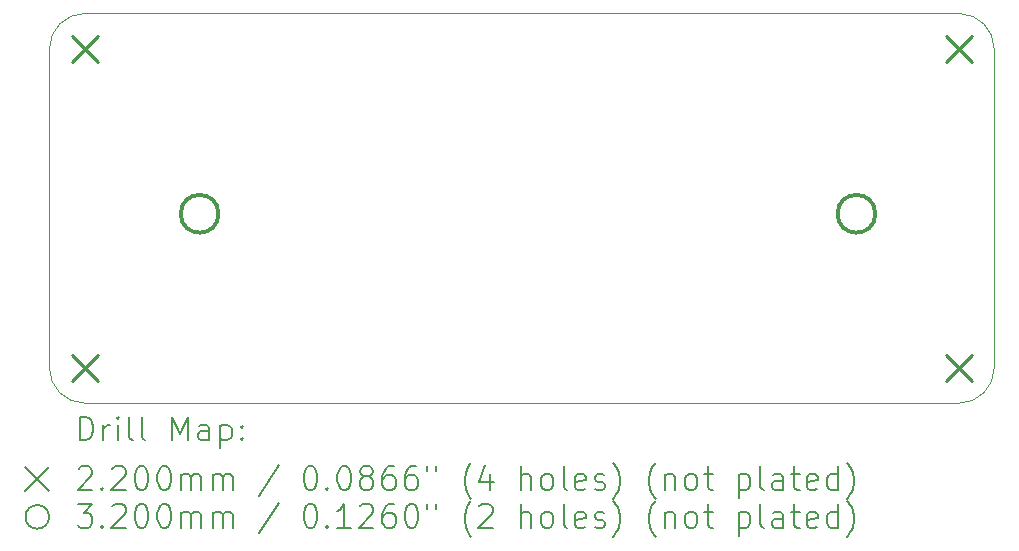
<source format=gbr>
%TF.GenerationSoftware,KiCad,Pcbnew,9.0.6*%
%TF.CreationDate,2026-02-05T22:18:58+05:30*%
%TF.ProjectId,Vitalung_V0.1,56697461-6c75-46e6-975f-56302e312e6b,0.1*%
%TF.SameCoordinates,PX7057c40PY68e7780*%
%TF.FileFunction,Drillmap*%
%TF.FilePolarity,Positive*%
%FSLAX45Y45*%
G04 Gerber Fmt 4.5, Leading zero omitted, Abs format (unit mm)*
G04 Created by KiCad (PCBNEW 9.0.6) date 2026-02-05 22:18:58*
%MOMM*%
%LPD*%
G01*
G04 APERTURE LIST*
%ADD10C,0.050000*%
%ADD11C,0.200000*%
%ADD12C,0.220000*%
%ADD13C,0.320000*%
G04 APERTURE END LIST*
D10*
X0Y300000D02*
X0Y3000000D01*
X7700000Y3300000D02*
G75*
G02*
X8000000Y3000000I0J-300000D01*
G01*
X0Y3000000D02*
G75*
G02*
X300000Y3300000I300000J0D01*
G01*
X8000000Y300000D02*
G75*
G02*
X7700000Y0I-300000J0D01*
G01*
X7700000Y3300000D02*
X300000Y3300000D01*
X8000000Y3000000D02*
X8000000Y300000D01*
X7700000Y0D02*
X300000Y0D01*
X300000Y0D02*
G75*
G02*
X0Y300000I0J300000D01*
G01*
D11*
D12*
X190000Y3110000D02*
X410000Y2890000D01*
X410000Y3110000D02*
X190000Y2890000D01*
X190000Y410000D02*
X410000Y190000D01*
X410000Y410000D02*
X190000Y190000D01*
X7590000Y3110000D02*
X7810000Y2890000D01*
X7810000Y3110000D02*
X7590000Y2890000D01*
X7590000Y410000D02*
X7810000Y190000D01*
X7810000Y410000D02*
X7590000Y190000D01*
D13*
X1432000Y1604000D02*
G75*
G02*
X1112000Y1604000I-160000J0D01*
G01*
X1112000Y1604000D02*
G75*
G02*
X1432000Y1604000I160000J0D01*
G01*
X6993000Y1604000D02*
G75*
G02*
X6673000Y1604000I-160000J0D01*
G01*
X6673000Y1604000D02*
G75*
G02*
X6993000Y1604000I160000J0D01*
G01*
D11*
X258277Y-313984D02*
X258277Y-113984D01*
X258277Y-113984D02*
X305896Y-113984D01*
X305896Y-113984D02*
X334467Y-123508D01*
X334467Y-123508D02*
X353515Y-142555D01*
X353515Y-142555D02*
X363039Y-161603D01*
X363039Y-161603D02*
X372562Y-199698D01*
X372562Y-199698D02*
X372562Y-228269D01*
X372562Y-228269D02*
X363039Y-266365D01*
X363039Y-266365D02*
X353515Y-285412D01*
X353515Y-285412D02*
X334467Y-304460D01*
X334467Y-304460D02*
X305896Y-313984D01*
X305896Y-313984D02*
X258277Y-313984D01*
X458277Y-313984D02*
X458277Y-180650D01*
X458277Y-218746D02*
X467801Y-199698D01*
X467801Y-199698D02*
X477324Y-190174D01*
X477324Y-190174D02*
X496372Y-180650D01*
X496372Y-180650D02*
X515420Y-180650D01*
X582086Y-313984D02*
X582086Y-180650D01*
X582086Y-113984D02*
X572563Y-123508D01*
X572563Y-123508D02*
X582086Y-133031D01*
X582086Y-133031D02*
X591610Y-123508D01*
X591610Y-123508D02*
X582086Y-113984D01*
X582086Y-113984D02*
X582086Y-133031D01*
X705896Y-313984D02*
X686848Y-304460D01*
X686848Y-304460D02*
X677324Y-285412D01*
X677324Y-285412D02*
X677324Y-113984D01*
X810658Y-313984D02*
X791610Y-304460D01*
X791610Y-304460D02*
X782086Y-285412D01*
X782086Y-285412D02*
X782086Y-113984D01*
X1039229Y-313984D02*
X1039229Y-113984D01*
X1039229Y-113984D02*
X1105896Y-256841D01*
X1105896Y-256841D02*
X1172563Y-113984D01*
X1172563Y-113984D02*
X1172563Y-313984D01*
X1353515Y-313984D02*
X1353515Y-209222D01*
X1353515Y-209222D02*
X1343991Y-190174D01*
X1343991Y-190174D02*
X1324944Y-180650D01*
X1324944Y-180650D02*
X1286848Y-180650D01*
X1286848Y-180650D02*
X1267801Y-190174D01*
X1353515Y-304460D02*
X1334467Y-313984D01*
X1334467Y-313984D02*
X1286848Y-313984D01*
X1286848Y-313984D02*
X1267801Y-304460D01*
X1267801Y-304460D02*
X1258277Y-285412D01*
X1258277Y-285412D02*
X1258277Y-266365D01*
X1258277Y-266365D02*
X1267801Y-247317D01*
X1267801Y-247317D02*
X1286848Y-237793D01*
X1286848Y-237793D02*
X1334467Y-237793D01*
X1334467Y-237793D02*
X1353515Y-228269D01*
X1448753Y-180650D02*
X1448753Y-380650D01*
X1448753Y-190174D02*
X1467801Y-180650D01*
X1467801Y-180650D02*
X1505896Y-180650D01*
X1505896Y-180650D02*
X1524943Y-190174D01*
X1524943Y-190174D02*
X1534467Y-199698D01*
X1534467Y-199698D02*
X1543991Y-218746D01*
X1543991Y-218746D02*
X1543991Y-275889D01*
X1543991Y-275889D02*
X1534467Y-294936D01*
X1534467Y-294936D02*
X1524943Y-304460D01*
X1524943Y-304460D02*
X1505896Y-313984D01*
X1505896Y-313984D02*
X1467801Y-313984D01*
X1467801Y-313984D02*
X1448753Y-304460D01*
X1629705Y-294936D02*
X1639229Y-304460D01*
X1639229Y-304460D02*
X1629705Y-313984D01*
X1629705Y-313984D02*
X1620182Y-304460D01*
X1620182Y-304460D02*
X1629705Y-294936D01*
X1629705Y-294936D02*
X1629705Y-313984D01*
X1629705Y-190174D02*
X1639229Y-199698D01*
X1639229Y-199698D02*
X1629705Y-209222D01*
X1629705Y-209222D02*
X1620182Y-199698D01*
X1620182Y-199698D02*
X1629705Y-190174D01*
X1629705Y-190174D02*
X1629705Y-209222D01*
X-202500Y-542500D02*
X-2500Y-742500D01*
X-2500Y-542500D02*
X-202500Y-742500D01*
X248753Y-553031D02*
X258277Y-543508D01*
X258277Y-543508D02*
X277324Y-533984D01*
X277324Y-533984D02*
X324944Y-533984D01*
X324944Y-533984D02*
X343991Y-543508D01*
X343991Y-543508D02*
X353515Y-553031D01*
X353515Y-553031D02*
X363039Y-572079D01*
X363039Y-572079D02*
X363039Y-591127D01*
X363039Y-591127D02*
X353515Y-619698D01*
X353515Y-619698D02*
X239229Y-733984D01*
X239229Y-733984D02*
X363039Y-733984D01*
X448753Y-714936D02*
X458277Y-724460D01*
X458277Y-724460D02*
X448753Y-733984D01*
X448753Y-733984D02*
X439229Y-724460D01*
X439229Y-724460D02*
X448753Y-714936D01*
X448753Y-714936D02*
X448753Y-733984D01*
X534467Y-553031D02*
X543991Y-543508D01*
X543991Y-543508D02*
X563039Y-533984D01*
X563039Y-533984D02*
X610658Y-533984D01*
X610658Y-533984D02*
X629705Y-543508D01*
X629705Y-543508D02*
X639229Y-553031D01*
X639229Y-553031D02*
X648753Y-572079D01*
X648753Y-572079D02*
X648753Y-591127D01*
X648753Y-591127D02*
X639229Y-619698D01*
X639229Y-619698D02*
X524944Y-733984D01*
X524944Y-733984D02*
X648753Y-733984D01*
X772562Y-533984D02*
X791610Y-533984D01*
X791610Y-533984D02*
X810658Y-543508D01*
X810658Y-543508D02*
X820182Y-553031D01*
X820182Y-553031D02*
X829705Y-572079D01*
X829705Y-572079D02*
X839229Y-610174D01*
X839229Y-610174D02*
X839229Y-657793D01*
X839229Y-657793D02*
X829705Y-695889D01*
X829705Y-695889D02*
X820182Y-714936D01*
X820182Y-714936D02*
X810658Y-724460D01*
X810658Y-724460D02*
X791610Y-733984D01*
X791610Y-733984D02*
X772562Y-733984D01*
X772562Y-733984D02*
X753515Y-724460D01*
X753515Y-724460D02*
X743991Y-714936D01*
X743991Y-714936D02*
X734467Y-695889D01*
X734467Y-695889D02*
X724943Y-657793D01*
X724943Y-657793D02*
X724943Y-610174D01*
X724943Y-610174D02*
X734467Y-572079D01*
X734467Y-572079D02*
X743991Y-553031D01*
X743991Y-553031D02*
X753515Y-543508D01*
X753515Y-543508D02*
X772562Y-533984D01*
X963039Y-533984D02*
X982086Y-533984D01*
X982086Y-533984D02*
X1001134Y-543508D01*
X1001134Y-543508D02*
X1010658Y-553031D01*
X1010658Y-553031D02*
X1020182Y-572079D01*
X1020182Y-572079D02*
X1029705Y-610174D01*
X1029705Y-610174D02*
X1029705Y-657793D01*
X1029705Y-657793D02*
X1020182Y-695889D01*
X1020182Y-695889D02*
X1010658Y-714936D01*
X1010658Y-714936D02*
X1001134Y-724460D01*
X1001134Y-724460D02*
X982086Y-733984D01*
X982086Y-733984D02*
X963039Y-733984D01*
X963039Y-733984D02*
X943991Y-724460D01*
X943991Y-724460D02*
X934467Y-714936D01*
X934467Y-714936D02*
X924943Y-695889D01*
X924943Y-695889D02*
X915420Y-657793D01*
X915420Y-657793D02*
X915420Y-610174D01*
X915420Y-610174D02*
X924943Y-572079D01*
X924943Y-572079D02*
X934467Y-553031D01*
X934467Y-553031D02*
X943991Y-543508D01*
X943991Y-543508D02*
X963039Y-533984D01*
X1115420Y-733984D02*
X1115420Y-600650D01*
X1115420Y-619698D02*
X1124944Y-610174D01*
X1124944Y-610174D02*
X1143991Y-600650D01*
X1143991Y-600650D02*
X1172563Y-600650D01*
X1172563Y-600650D02*
X1191610Y-610174D01*
X1191610Y-610174D02*
X1201134Y-629222D01*
X1201134Y-629222D02*
X1201134Y-733984D01*
X1201134Y-629222D02*
X1210658Y-610174D01*
X1210658Y-610174D02*
X1229705Y-600650D01*
X1229705Y-600650D02*
X1258277Y-600650D01*
X1258277Y-600650D02*
X1277325Y-610174D01*
X1277325Y-610174D02*
X1286848Y-629222D01*
X1286848Y-629222D02*
X1286848Y-733984D01*
X1382086Y-733984D02*
X1382086Y-600650D01*
X1382086Y-619698D02*
X1391610Y-610174D01*
X1391610Y-610174D02*
X1410658Y-600650D01*
X1410658Y-600650D02*
X1439229Y-600650D01*
X1439229Y-600650D02*
X1458277Y-610174D01*
X1458277Y-610174D02*
X1467801Y-629222D01*
X1467801Y-629222D02*
X1467801Y-733984D01*
X1467801Y-629222D02*
X1477324Y-610174D01*
X1477324Y-610174D02*
X1496372Y-600650D01*
X1496372Y-600650D02*
X1524943Y-600650D01*
X1524943Y-600650D02*
X1543991Y-610174D01*
X1543991Y-610174D02*
X1553515Y-629222D01*
X1553515Y-629222D02*
X1553515Y-733984D01*
X1943991Y-524460D02*
X1772563Y-781603D01*
X2201134Y-533984D02*
X2220182Y-533984D01*
X2220182Y-533984D02*
X2239229Y-543508D01*
X2239229Y-543508D02*
X2248753Y-553031D01*
X2248753Y-553031D02*
X2258277Y-572079D01*
X2258277Y-572079D02*
X2267801Y-610174D01*
X2267801Y-610174D02*
X2267801Y-657793D01*
X2267801Y-657793D02*
X2258277Y-695889D01*
X2258277Y-695889D02*
X2248753Y-714936D01*
X2248753Y-714936D02*
X2239229Y-724460D01*
X2239229Y-724460D02*
X2220182Y-733984D01*
X2220182Y-733984D02*
X2201134Y-733984D01*
X2201134Y-733984D02*
X2182087Y-724460D01*
X2182087Y-724460D02*
X2172563Y-714936D01*
X2172563Y-714936D02*
X2163039Y-695889D01*
X2163039Y-695889D02*
X2153515Y-657793D01*
X2153515Y-657793D02*
X2153515Y-610174D01*
X2153515Y-610174D02*
X2163039Y-572079D01*
X2163039Y-572079D02*
X2172563Y-553031D01*
X2172563Y-553031D02*
X2182087Y-543508D01*
X2182087Y-543508D02*
X2201134Y-533984D01*
X2353515Y-714936D02*
X2363039Y-724460D01*
X2363039Y-724460D02*
X2353515Y-733984D01*
X2353515Y-733984D02*
X2343991Y-724460D01*
X2343991Y-724460D02*
X2353515Y-714936D01*
X2353515Y-714936D02*
X2353515Y-733984D01*
X2486848Y-533984D02*
X2505896Y-533984D01*
X2505896Y-533984D02*
X2524944Y-543508D01*
X2524944Y-543508D02*
X2534468Y-553031D01*
X2534468Y-553031D02*
X2543991Y-572079D01*
X2543991Y-572079D02*
X2553515Y-610174D01*
X2553515Y-610174D02*
X2553515Y-657793D01*
X2553515Y-657793D02*
X2543991Y-695889D01*
X2543991Y-695889D02*
X2534468Y-714936D01*
X2534468Y-714936D02*
X2524944Y-724460D01*
X2524944Y-724460D02*
X2505896Y-733984D01*
X2505896Y-733984D02*
X2486848Y-733984D01*
X2486848Y-733984D02*
X2467801Y-724460D01*
X2467801Y-724460D02*
X2458277Y-714936D01*
X2458277Y-714936D02*
X2448753Y-695889D01*
X2448753Y-695889D02*
X2439229Y-657793D01*
X2439229Y-657793D02*
X2439229Y-610174D01*
X2439229Y-610174D02*
X2448753Y-572079D01*
X2448753Y-572079D02*
X2458277Y-553031D01*
X2458277Y-553031D02*
X2467801Y-543508D01*
X2467801Y-543508D02*
X2486848Y-533984D01*
X2667801Y-619698D02*
X2648753Y-610174D01*
X2648753Y-610174D02*
X2639229Y-600650D01*
X2639229Y-600650D02*
X2629706Y-581603D01*
X2629706Y-581603D02*
X2629706Y-572079D01*
X2629706Y-572079D02*
X2639229Y-553031D01*
X2639229Y-553031D02*
X2648753Y-543508D01*
X2648753Y-543508D02*
X2667801Y-533984D01*
X2667801Y-533984D02*
X2705896Y-533984D01*
X2705896Y-533984D02*
X2724944Y-543508D01*
X2724944Y-543508D02*
X2734468Y-553031D01*
X2734468Y-553031D02*
X2743991Y-572079D01*
X2743991Y-572079D02*
X2743991Y-581603D01*
X2743991Y-581603D02*
X2734468Y-600650D01*
X2734468Y-600650D02*
X2724944Y-610174D01*
X2724944Y-610174D02*
X2705896Y-619698D01*
X2705896Y-619698D02*
X2667801Y-619698D01*
X2667801Y-619698D02*
X2648753Y-629222D01*
X2648753Y-629222D02*
X2639229Y-638746D01*
X2639229Y-638746D02*
X2629706Y-657793D01*
X2629706Y-657793D02*
X2629706Y-695889D01*
X2629706Y-695889D02*
X2639229Y-714936D01*
X2639229Y-714936D02*
X2648753Y-724460D01*
X2648753Y-724460D02*
X2667801Y-733984D01*
X2667801Y-733984D02*
X2705896Y-733984D01*
X2705896Y-733984D02*
X2724944Y-724460D01*
X2724944Y-724460D02*
X2734468Y-714936D01*
X2734468Y-714936D02*
X2743991Y-695889D01*
X2743991Y-695889D02*
X2743991Y-657793D01*
X2743991Y-657793D02*
X2734468Y-638746D01*
X2734468Y-638746D02*
X2724944Y-629222D01*
X2724944Y-629222D02*
X2705896Y-619698D01*
X2915420Y-533984D02*
X2877325Y-533984D01*
X2877325Y-533984D02*
X2858277Y-543508D01*
X2858277Y-543508D02*
X2848753Y-553031D01*
X2848753Y-553031D02*
X2829706Y-581603D01*
X2829706Y-581603D02*
X2820182Y-619698D01*
X2820182Y-619698D02*
X2820182Y-695889D01*
X2820182Y-695889D02*
X2829706Y-714936D01*
X2829706Y-714936D02*
X2839229Y-724460D01*
X2839229Y-724460D02*
X2858277Y-733984D01*
X2858277Y-733984D02*
X2896372Y-733984D01*
X2896372Y-733984D02*
X2915420Y-724460D01*
X2915420Y-724460D02*
X2924944Y-714936D01*
X2924944Y-714936D02*
X2934467Y-695889D01*
X2934467Y-695889D02*
X2934467Y-648270D01*
X2934467Y-648270D02*
X2924944Y-629222D01*
X2924944Y-629222D02*
X2915420Y-619698D01*
X2915420Y-619698D02*
X2896372Y-610174D01*
X2896372Y-610174D02*
X2858277Y-610174D01*
X2858277Y-610174D02*
X2839229Y-619698D01*
X2839229Y-619698D02*
X2829706Y-629222D01*
X2829706Y-629222D02*
X2820182Y-648270D01*
X3105896Y-533984D02*
X3067801Y-533984D01*
X3067801Y-533984D02*
X3048753Y-543508D01*
X3048753Y-543508D02*
X3039229Y-553031D01*
X3039229Y-553031D02*
X3020182Y-581603D01*
X3020182Y-581603D02*
X3010658Y-619698D01*
X3010658Y-619698D02*
X3010658Y-695889D01*
X3010658Y-695889D02*
X3020182Y-714936D01*
X3020182Y-714936D02*
X3029706Y-724460D01*
X3029706Y-724460D02*
X3048753Y-733984D01*
X3048753Y-733984D02*
X3086848Y-733984D01*
X3086848Y-733984D02*
X3105896Y-724460D01*
X3105896Y-724460D02*
X3115420Y-714936D01*
X3115420Y-714936D02*
X3124944Y-695889D01*
X3124944Y-695889D02*
X3124944Y-648270D01*
X3124944Y-648270D02*
X3115420Y-629222D01*
X3115420Y-629222D02*
X3105896Y-619698D01*
X3105896Y-619698D02*
X3086848Y-610174D01*
X3086848Y-610174D02*
X3048753Y-610174D01*
X3048753Y-610174D02*
X3029706Y-619698D01*
X3029706Y-619698D02*
X3020182Y-629222D01*
X3020182Y-629222D02*
X3010658Y-648270D01*
X3201134Y-533984D02*
X3201134Y-572079D01*
X3277325Y-533984D02*
X3277325Y-572079D01*
X3572563Y-810174D02*
X3563039Y-800650D01*
X3563039Y-800650D02*
X3543991Y-772079D01*
X3543991Y-772079D02*
X3534468Y-753031D01*
X3534468Y-753031D02*
X3524944Y-724460D01*
X3524944Y-724460D02*
X3515420Y-676841D01*
X3515420Y-676841D02*
X3515420Y-638746D01*
X3515420Y-638746D02*
X3524944Y-591127D01*
X3524944Y-591127D02*
X3534468Y-562555D01*
X3534468Y-562555D02*
X3543991Y-543508D01*
X3543991Y-543508D02*
X3563039Y-514936D01*
X3563039Y-514936D02*
X3572563Y-505412D01*
X3734468Y-600650D02*
X3734468Y-733984D01*
X3686848Y-524460D02*
X3639229Y-667317D01*
X3639229Y-667317D02*
X3763039Y-667317D01*
X3991610Y-733984D02*
X3991610Y-533984D01*
X4077325Y-733984D02*
X4077325Y-629222D01*
X4077325Y-629222D02*
X4067801Y-610174D01*
X4067801Y-610174D02*
X4048753Y-600650D01*
X4048753Y-600650D02*
X4020182Y-600650D01*
X4020182Y-600650D02*
X4001134Y-610174D01*
X4001134Y-610174D02*
X3991610Y-619698D01*
X4201134Y-733984D02*
X4182087Y-724460D01*
X4182087Y-724460D02*
X4172563Y-714936D01*
X4172563Y-714936D02*
X4163039Y-695889D01*
X4163039Y-695889D02*
X4163039Y-638746D01*
X4163039Y-638746D02*
X4172563Y-619698D01*
X4172563Y-619698D02*
X4182087Y-610174D01*
X4182087Y-610174D02*
X4201134Y-600650D01*
X4201134Y-600650D02*
X4229706Y-600650D01*
X4229706Y-600650D02*
X4248753Y-610174D01*
X4248753Y-610174D02*
X4258277Y-619698D01*
X4258277Y-619698D02*
X4267801Y-638746D01*
X4267801Y-638746D02*
X4267801Y-695889D01*
X4267801Y-695889D02*
X4258277Y-714936D01*
X4258277Y-714936D02*
X4248753Y-724460D01*
X4248753Y-724460D02*
X4229706Y-733984D01*
X4229706Y-733984D02*
X4201134Y-733984D01*
X4382087Y-733984D02*
X4363039Y-724460D01*
X4363039Y-724460D02*
X4353515Y-705412D01*
X4353515Y-705412D02*
X4353515Y-533984D01*
X4534468Y-724460D02*
X4515420Y-733984D01*
X4515420Y-733984D02*
X4477325Y-733984D01*
X4477325Y-733984D02*
X4458277Y-724460D01*
X4458277Y-724460D02*
X4448753Y-705412D01*
X4448753Y-705412D02*
X4448753Y-629222D01*
X4448753Y-629222D02*
X4458277Y-610174D01*
X4458277Y-610174D02*
X4477325Y-600650D01*
X4477325Y-600650D02*
X4515420Y-600650D01*
X4515420Y-600650D02*
X4534468Y-610174D01*
X4534468Y-610174D02*
X4543992Y-629222D01*
X4543992Y-629222D02*
X4543992Y-648270D01*
X4543992Y-648270D02*
X4448753Y-667317D01*
X4620182Y-724460D02*
X4639230Y-733984D01*
X4639230Y-733984D02*
X4677325Y-733984D01*
X4677325Y-733984D02*
X4696373Y-724460D01*
X4696373Y-724460D02*
X4705896Y-705412D01*
X4705896Y-705412D02*
X4705896Y-695889D01*
X4705896Y-695889D02*
X4696373Y-676841D01*
X4696373Y-676841D02*
X4677325Y-667317D01*
X4677325Y-667317D02*
X4648753Y-667317D01*
X4648753Y-667317D02*
X4629706Y-657793D01*
X4629706Y-657793D02*
X4620182Y-638746D01*
X4620182Y-638746D02*
X4620182Y-629222D01*
X4620182Y-629222D02*
X4629706Y-610174D01*
X4629706Y-610174D02*
X4648753Y-600650D01*
X4648753Y-600650D02*
X4677325Y-600650D01*
X4677325Y-600650D02*
X4696373Y-610174D01*
X4772563Y-810174D02*
X4782087Y-800650D01*
X4782087Y-800650D02*
X4801134Y-772079D01*
X4801134Y-772079D02*
X4810658Y-753031D01*
X4810658Y-753031D02*
X4820182Y-724460D01*
X4820182Y-724460D02*
X4829706Y-676841D01*
X4829706Y-676841D02*
X4829706Y-638746D01*
X4829706Y-638746D02*
X4820182Y-591127D01*
X4820182Y-591127D02*
X4810658Y-562555D01*
X4810658Y-562555D02*
X4801134Y-543508D01*
X4801134Y-543508D02*
X4782087Y-514936D01*
X4782087Y-514936D02*
X4772563Y-505412D01*
X5134468Y-810174D02*
X5124944Y-800650D01*
X5124944Y-800650D02*
X5105896Y-772079D01*
X5105896Y-772079D02*
X5096373Y-753031D01*
X5096373Y-753031D02*
X5086849Y-724460D01*
X5086849Y-724460D02*
X5077325Y-676841D01*
X5077325Y-676841D02*
X5077325Y-638746D01*
X5077325Y-638746D02*
X5086849Y-591127D01*
X5086849Y-591127D02*
X5096373Y-562555D01*
X5096373Y-562555D02*
X5105896Y-543508D01*
X5105896Y-543508D02*
X5124944Y-514936D01*
X5124944Y-514936D02*
X5134468Y-505412D01*
X5210658Y-600650D02*
X5210658Y-733984D01*
X5210658Y-619698D02*
X5220182Y-610174D01*
X5220182Y-610174D02*
X5239230Y-600650D01*
X5239230Y-600650D02*
X5267801Y-600650D01*
X5267801Y-600650D02*
X5286849Y-610174D01*
X5286849Y-610174D02*
X5296373Y-629222D01*
X5296373Y-629222D02*
X5296373Y-733984D01*
X5420182Y-733984D02*
X5401134Y-724460D01*
X5401134Y-724460D02*
X5391611Y-714936D01*
X5391611Y-714936D02*
X5382087Y-695889D01*
X5382087Y-695889D02*
X5382087Y-638746D01*
X5382087Y-638746D02*
X5391611Y-619698D01*
X5391611Y-619698D02*
X5401134Y-610174D01*
X5401134Y-610174D02*
X5420182Y-600650D01*
X5420182Y-600650D02*
X5448754Y-600650D01*
X5448754Y-600650D02*
X5467801Y-610174D01*
X5467801Y-610174D02*
X5477325Y-619698D01*
X5477325Y-619698D02*
X5486849Y-638746D01*
X5486849Y-638746D02*
X5486849Y-695889D01*
X5486849Y-695889D02*
X5477325Y-714936D01*
X5477325Y-714936D02*
X5467801Y-724460D01*
X5467801Y-724460D02*
X5448754Y-733984D01*
X5448754Y-733984D02*
X5420182Y-733984D01*
X5543992Y-600650D02*
X5620182Y-600650D01*
X5572563Y-533984D02*
X5572563Y-705412D01*
X5572563Y-705412D02*
X5582087Y-724460D01*
X5582087Y-724460D02*
X5601134Y-733984D01*
X5601134Y-733984D02*
X5620182Y-733984D01*
X5839230Y-600650D02*
X5839230Y-800650D01*
X5839230Y-610174D02*
X5858277Y-600650D01*
X5858277Y-600650D02*
X5896373Y-600650D01*
X5896373Y-600650D02*
X5915420Y-610174D01*
X5915420Y-610174D02*
X5924944Y-619698D01*
X5924944Y-619698D02*
X5934468Y-638746D01*
X5934468Y-638746D02*
X5934468Y-695889D01*
X5934468Y-695889D02*
X5924944Y-714936D01*
X5924944Y-714936D02*
X5915420Y-724460D01*
X5915420Y-724460D02*
X5896373Y-733984D01*
X5896373Y-733984D02*
X5858277Y-733984D01*
X5858277Y-733984D02*
X5839230Y-724460D01*
X6048753Y-733984D02*
X6029706Y-724460D01*
X6029706Y-724460D02*
X6020182Y-705412D01*
X6020182Y-705412D02*
X6020182Y-533984D01*
X6210658Y-733984D02*
X6210658Y-629222D01*
X6210658Y-629222D02*
X6201134Y-610174D01*
X6201134Y-610174D02*
X6182087Y-600650D01*
X6182087Y-600650D02*
X6143992Y-600650D01*
X6143992Y-600650D02*
X6124944Y-610174D01*
X6210658Y-724460D02*
X6191611Y-733984D01*
X6191611Y-733984D02*
X6143992Y-733984D01*
X6143992Y-733984D02*
X6124944Y-724460D01*
X6124944Y-724460D02*
X6115420Y-705412D01*
X6115420Y-705412D02*
X6115420Y-686365D01*
X6115420Y-686365D02*
X6124944Y-667317D01*
X6124944Y-667317D02*
X6143992Y-657793D01*
X6143992Y-657793D02*
X6191611Y-657793D01*
X6191611Y-657793D02*
X6210658Y-648270D01*
X6277325Y-600650D02*
X6353515Y-600650D01*
X6305896Y-533984D02*
X6305896Y-705412D01*
X6305896Y-705412D02*
X6315420Y-724460D01*
X6315420Y-724460D02*
X6334468Y-733984D01*
X6334468Y-733984D02*
X6353515Y-733984D01*
X6496373Y-724460D02*
X6477325Y-733984D01*
X6477325Y-733984D02*
X6439230Y-733984D01*
X6439230Y-733984D02*
X6420182Y-724460D01*
X6420182Y-724460D02*
X6410658Y-705412D01*
X6410658Y-705412D02*
X6410658Y-629222D01*
X6410658Y-629222D02*
X6420182Y-610174D01*
X6420182Y-610174D02*
X6439230Y-600650D01*
X6439230Y-600650D02*
X6477325Y-600650D01*
X6477325Y-600650D02*
X6496373Y-610174D01*
X6496373Y-610174D02*
X6505896Y-629222D01*
X6505896Y-629222D02*
X6505896Y-648270D01*
X6505896Y-648270D02*
X6410658Y-667317D01*
X6677325Y-733984D02*
X6677325Y-533984D01*
X6677325Y-724460D02*
X6658277Y-733984D01*
X6658277Y-733984D02*
X6620182Y-733984D01*
X6620182Y-733984D02*
X6601134Y-724460D01*
X6601134Y-724460D02*
X6591611Y-714936D01*
X6591611Y-714936D02*
X6582087Y-695889D01*
X6582087Y-695889D02*
X6582087Y-638746D01*
X6582087Y-638746D02*
X6591611Y-619698D01*
X6591611Y-619698D02*
X6601134Y-610174D01*
X6601134Y-610174D02*
X6620182Y-600650D01*
X6620182Y-600650D02*
X6658277Y-600650D01*
X6658277Y-600650D02*
X6677325Y-610174D01*
X6753515Y-810174D02*
X6763039Y-800650D01*
X6763039Y-800650D02*
X6782087Y-772079D01*
X6782087Y-772079D02*
X6791611Y-753031D01*
X6791611Y-753031D02*
X6801134Y-724460D01*
X6801134Y-724460D02*
X6810658Y-676841D01*
X6810658Y-676841D02*
X6810658Y-638746D01*
X6810658Y-638746D02*
X6801134Y-591127D01*
X6801134Y-591127D02*
X6791611Y-562555D01*
X6791611Y-562555D02*
X6782087Y-543508D01*
X6782087Y-543508D02*
X6763039Y-514936D01*
X6763039Y-514936D02*
X6753515Y-505412D01*
X-2500Y-962500D02*
G75*
G02*
X-202500Y-962500I-100000J0D01*
G01*
X-202500Y-962500D02*
G75*
G02*
X-2500Y-962500I100000J0D01*
G01*
X239229Y-853984D02*
X363039Y-853984D01*
X363039Y-853984D02*
X296372Y-930174D01*
X296372Y-930174D02*
X324944Y-930174D01*
X324944Y-930174D02*
X343991Y-939698D01*
X343991Y-939698D02*
X353515Y-949222D01*
X353515Y-949222D02*
X363039Y-968269D01*
X363039Y-968269D02*
X363039Y-1015888D01*
X363039Y-1015888D02*
X353515Y-1034936D01*
X353515Y-1034936D02*
X343991Y-1044460D01*
X343991Y-1044460D02*
X324944Y-1053984D01*
X324944Y-1053984D02*
X267801Y-1053984D01*
X267801Y-1053984D02*
X248753Y-1044460D01*
X248753Y-1044460D02*
X239229Y-1034936D01*
X448753Y-1034936D02*
X458277Y-1044460D01*
X458277Y-1044460D02*
X448753Y-1053984D01*
X448753Y-1053984D02*
X439229Y-1044460D01*
X439229Y-1044460D02*
X448753Y-1034936D01*
X448753Y-1034936D02*
X448753Y-1053984D01*
X534467Y-873031D02*
X543991Y-863508D01*
X543991Y-863508D02*
X563039Y-853984D01*
X563039Y-853984D02*
X610658Y-853984D01*
X610658Y-853984D02*
X629705Y-863508D01*
X629705Y-863508D02*
X639229Y-873031D01*
X639229Y-873031D02*
X648753Y-892079D01*
X648753Y-892079D02*
X648753Y-911127D01*
X648753Y-911127D02*
X639229Y-939698D01*
X639229Y-939698D02*
X524944Y-1053984D01*
X524944Y-1053984D02*
X648753Y-1053984D01*
X772562Y-853984D02*
X791610Y-853984D01*
X791610Y-853984D02*
X810658Y-863508D01*
X810658Y-863508D02*
X820182Y-873031D01*
X820182Y-873031D02*
X829705Y-892079D01*
X829705Y-892079D02*
X839229Y-930174D01*
X839229Y-930174D02*
X839229Y-977793D01*
X839229Y-977793D02*
X829705Y-1015888D01*
X829705Y-1015888D02*
X820182Y-1034936D01*
X820182Y-1034936D02*
X810658Y-1044460D01*
X810658Y-1044460D02*
X791610Y-1053984D01*
X791610Y-1053984D02*
X772562Y-1053984D01*
X772562Y-1053984D02*
X753515Y-1044460D01*
X753515Y-1044460D02*
X743991Y-1034936D01*
X743991Y-1034936D02*
X734467Y-1015888D01*
X734467Y-1015888D02*
X724943Y-977793D01*
X724943Y-977793D02*
X724943Y-930174D01*
X724943Y-930174D02*
X734467Y-892079D01*
X734467Y-892079D02*
X743991Y-873031D01*
X743991Y-873031D02*
X753515Y-863508D01*
X753515Y-863508D02*
X772562Y-853984D01*
X963039Y-853984D02*
X982086Y-853984D01*
X982086Y-853984D02*
X1001134Y-863508D01*
X1001134Y-863508D02*
X1010658Y-873031D01*
X1010658Y-873031D02*
X1020182Y-892079D01*
X1020182Y-892079D02*
X1029705Y-930174D01*
X1029705Y-930174D02*
X1029705Y-977793D01*
X1029705Y-977793D02*
X1020182Y-1015888D01*
X1020182Y-1015888D02*
X1010658Y-1034936D01*
X1010658Y-1034936D02*
X1001134Y-1044460D01*
X1001134Y-1044460D02*
X982086Y-1053984D01*
X982086Y-1053984D02*
X963039Y-1053984D01*
X963039Y-1053984D02*
X943991Y-1044460D01*
X943991Y-1044460D02*
X934467Y-1034936D01*
X934467Y-1034936D02*
X924943Y-1015888D01*
X924943Y-1015888D02*
X915420Y-977793D01*
X915420Y-977793D02*
X915420Y-930174D01*
X915420Y-930174D02*
X924943Y-892079D01*
X924943Y-892079D02*
X934467Y-873031D01*
X934467Y-873031D02*
X943991Y-863508D01*
X943991Y-863508D02*
X963039Y-853984D01*
X1115420Y-1053984D02*
X1115420Y-920650D01*
X1115420Y-939698D02*
X1124944Y-930174D01*
X1124944Y-930174D02*
X1143991Y-920650D01*
X1143991Y-920650D02*
X1172563Y-920650D01*
X1172563Y-920650D02*
X1191610Y-930174D01*
X1191610Y-930174D02*
X1201134Y-949222D01*
X1201134Y-949222D02*
X1201134Y-1053984D01*
X1201134Y-949222D02*
X1210658Y-930174D01*
X1210658Y-930174D02*
X1229705Y-920650D01*
X1229705Y-920650D02*
X1258277Y-920650D01*
X1258277Y-920650D02*
X1277325Y-930174D01*
X1277325Y-930174D02*
X1286848Y-949222D01*
X1286848Y-949222D02*
X1286848Y-1053984D01*
X1382086Y-1053984D02*
X1382086Y-920650D01*
X1382086Y-939698D02*
X1391610Y-930174D01*
X1391610Y-930174D02*
X1410658Y-920650D01*
X1410658Y-920650D02*
X1439229Y-920650D01*
X1439229Y-920650D02*
X1458277Y-930174D01*
X1458277Y-930174D02*
X1467801Y-949222D01*
X1467801Y-949222D02*
X1467801Y-1053984D01*
X1467801Y-949222D02*
X1477324Y-930174D01*
X1477324Y-930174D02*
X1496372Y-920650D01*
X1496372Y-920650D02*
X1524943Y-920650D01*
X1524943Y-920650D02*
X1543991Y-930174D01*
X1543991Y-930174D02*
X1553515Y-949222D01*
X1553515Y-949222D02*
X1553515Y-1053984D01*
X1943991Y-844460D02*
X1772563Y-1101603D01*
X2201134Y-853984D02*
X2220182Y-853984D01*
X2220182Y-853984D02*
X2239229Y-863508D01*
X2239229Y-863508D02*
X2248753Y-873031D01*
X2248753Y-873031D02*
X2258277Y-892079D01*
X2258277Y-892079D02*
X2267801Y-930174D01*
X2267801Y-930174D02*
X2267801Y-977793D01*
X2267801Y-977793D02*
X2258277Y-1015888D01*
X2258277Y-1015888D02*
X2248753Y-1034936D01*
X2248753Y-1034936D02*
X2239229Y-1044460D01*
X2239229Y-1044460D02*
X2220182Y-1053984D01*
X2220182Y-1053984D02*
X2201134Y-1053984D01*
X2201134Y-1053984D02*
X2182087Y-1044460D01*
X2182087Y-1044460D02*
X2172563Y-1034936D01*
X2172563Y-1034936D02*
X2163039Y-1015888D01*
X2163039Y-1015888D02*
X2153515Y-977793D01*
X2153515Y-977793D02*
X2153515Y-930174D01*
X2153515Y-930174D02*
X2163039Y-892079D01*
X2163039Y-892079D02*
X2172563Y-873031D01*
X2172563Y-873031D02*
X2182087Y-863508D01*
X2182087Y-863508D02*
X2201134Y-853984D01*
X2353515Y-1034936D02*
X2363039Y-1044460D01*
X2363039Y-1044460D02*
X2353515Y-1053984D01*
X2353515Y-1053984D02*
X2343991Y-1044460D01*
X2343991Y-1044460D02*
X2353515Y-1034936D01*
X2353515Y-1034936D02*
X2353515Y-1053984D01*
X2553515Y-1053984D02*
X2439229Y-1053984D01*
X2496372Y-1053984D02*
X2496372Y-853984D01*
X2496372Y-853984D02*
X2477325Y-882555D01*
X2477325Y-882555D02*
X2458277Y-901603D01*
X2458277Y-901603D02*
X2439229Y-911127D01*
X2629706Y-873031D02*
X2639229Y-863508D01*
X2639229Y-863508D02*
X2658277Y-853984D01*
X2658277Y-853984D02*
X2705896Y-853984D01*
X2705896Y-853984D02*
X2724944Y-863508D01*
X2724944Y-863508D02*
X2734468Y-873031D01*
X2734468Y-873031D02*
X2743991Y-892079D01*
X2743991Y-892079D02*
X2743991Y-911127D01*
X2743991Y-911127D02*
X2734468Y-939698D01*
X2734468Y-939698D02*
X2620182Y-1053984D01*
X2620182Y-1053984D02*
X2743991Y-1053984D01*
X2915420Y-853984D02*
X2877325Y-853984D01*
X2877325Y-853984D02*
X2858277Y-863508D01*
X2858277Y-863508D02*
X2848753Y-873031D01*
X2848753Y-873031D02*
X2829706Y-901603D01*
X2829706Y-901603D02*
X2820182Y-939698D01*
X2820182Y-939698D02*
X2820182Y-1015888D01*
X2820182Y-1015888D02*
X2829706Y-1034936D01*
X2829706Y-1034936D02*
X2839229Y-1044460D01*
X2839229Y-1044460D02*
X2858277Y-1053984D01*
X2858277Y-1053984D02*
X2896372Y-1053984D01*
X2896372Y-1053984D02*
X2915420Y-1044460D01*
X2915420Y-1044460D02*
X2924944Y-1034936D01*
X2924944Y-1034936D02*
X2934467Y-1015888D01*
X2934467Y-1015888D02*
X2934467Y-968269D01*
X2934467Y-968269D02*
X2924944Y-949222D01*
X2924944Y-949222D02*
X2915420Y-939698D01*
X2915420Y-939698D02*
X2896372Y-930174D01*
X2896372Y-930174D02*
X2858277Y-930174D01*
X2858277Y-930174D02*
X2839229Y-939698D01*
X2839229Y-939698D02*
X2829706Y-949222D01*
X2829706Y-949222D02*
X2820182Y-968269D01*
X3058277Y-853984D02*
X3077325Y-853984D01*
X3077325Y-853984D02*
X3096372Y-863508D01*
X3096372Y-863508D02*
X3105896Y-873031D01*
X3105896Y-873031D02*
X3115420Y-892079D01*
X3115420Y-892079D02*
X3124944Y-930174D01*
X3124944Y-930174D02*
X3124944Y-977793D01*
X3124944Y-977793D02*
X3115420Y-1015888D01*
X3115420Y-1015888D02*
X3105896Y-1034936D01*
X3105896Y-1034936D02*
X3096372Y-1044460D01*
X3096372Y-1044460D02*
X3077325Y-1053984D01*
X3077325Y-1053984D02*
X3058277Y-1053984D01*
X3058277Y-1053984D02*
X3039229Y-1044460D01*
X3039229Y-1044460D02*
X3029706Y-1034936D01*
X3029706Y-1034936D02*
X3020182Y-1015888D01*
X3020182Y-1015888D02*
X3010658Y-977793D01*
X3010658Y-977793D02*
X3010658Y-930174D01*
X3010658Y-930174D02*
X3020182Y-892079D01*
X3020182Y-892079D02*
X3029706Y-873031D01*
X3029706Y-873031D02*
X3039229Y-863508D01*
X3039229Y-863508D02*
X3058277Y-853984D01*
X3201134Y-853984D02*
X3201134Y-892079D01*
X3277325Y-853984D02*
X3277325Y-892079D01*
X3572563Y-1130174D02*
X3563039Y-1120650D01*
X3563039Y-1120650D02*
X3543991Y-1092079D01*
X3543991Y-1092079D02*
X3534468Y-1073031D01*
X3534468Y-1073031D02*
X3524944Y-1044460D01*
X3524944Y-1044460D02*
X3515420Y-996841D01*
X3515420Y-996841D02*
X3515420Y-958746D01*
X3515420Y-958746D02*
X3524944Y-911127D01*
X3524944Y-911127D02*
X3534468Y-882555D01*
X3534468Y-882555D02*
X3543991Y-863508D01*
X3543991Y-863508D02*
X3563039Y-834936D01*
X3563039Y-834936D02*
X3572563Y-825412D01*
X3639229Y-873031D02*
X3648753Y-863508D01*
X3648753Y-863508D02*
X3667801Y-853984D01*
X3667801Y-853984D02*
X3715420Y-853984D01*
X3715420Y-853984D02*
X3734468Y-863508D01*
X3734468Y-863508D02*
X3743991Y-873031D01*
X3743991Y-873031D02*
X3753515Y-892079D01*
X3753515Y-892079D02*
X3753515Y-911127D01*
X3753515Y-911127D02*
X3743991Y-939698D01*
X3743991Y-939698D02*
X3629706Y-1053984D01*
X3629706Y-1053984D02*
X3753515Y-1053984D01*
X3991610Y-1053984D02*
X3991610Y-853984D01*
X4077325Y-1053984D02*
X4077325Y-949222D01*
X4077325Y-949222D02*
X4067801Y-930174D01*
X4067801Y-930174D02*
X4048753Y-920650D01*
X4048753Y-920650D02*
X4020182Y-920650D01*
X4020182Y-920650D02*
X4001134Y-930174D01*
X4001134Y-930174D02*
X3991610Y-939698D01*
X4201134Y-1053984D02*
X4182087Y-1044460D01*
X4182087Y-1044460D02*
X4172563Y-1034936D01*
X4172563Y-1034936D02*
X4163039Y-1015888D01*
X4163039Y-1015888D02*
X4163039Y-958746D01*
X4163039Y-958746D02*
X4172563Y-939698D01*
X4172563Y-939698D02*
X4182087Y-930174D01*
X4182087Y-930174D02*
X4201134Y-920650D01*
X4201134Y-920650D02*
X4229706Y-920650D01*
X4229706Y-920650D02*
X4248753Y-930174D01*
X4248753Y-930174D02*
X4258277Y-939698D01*
X4258277Y-939698D02*
X4267801Y-958746D01*
X4267801Y-958746D02*
X4267801Y-1015888D01*
X4267801Y-1015888D02*
X4258277Y-1034936D01*
X4258277Y-1034936D02*
X4248753Y-1044460D01*
X4248753Y-1044460D02*
X4229706Y-1053984D01*
X4229706Y-1053984D02*
X4201134Y-1053984D01*
X4382087Y-1053984D02*
X4363039Y-1044460D01*
X4363039Y-1044460D02*
X4353515Y-1025412D01*
X4353515Y-1025412D02*
X4353515Y-853984D01*
X4534468Y-1044460D02*
X4515420Y-1053984D01*
X4515420Y-1053984D02*
X4477325Y-1053984D01*
X4477325Y-1053984D02*
X4458277Y-1044460D01*
X4458277Y-1044460D02*
X4448753Y-1025412D01*
X4448753Y-1025412D02*
X4448753Y-949222D01*
X4448753Y-949222D02*
X4458277Y-930174D01*
X4458277Y-930174D02*
X4477325Y-920650D01*
X4477325Y-920650D02*
X4515420Y-920650D01*
X4515420Y-920650D02*
X4534468Y-930174D01*
X4534468Y-930174D02*
X4543992Y-949222D01*
X4543992Y-949222D02*
X4543992Y-968269D01*
X4543992Y-968269D02*
X4448753Y-987317D01*
X4620182Y-1044460D02*
X4639230Y-1053984D01*
X4639230Y-1053984D02*
X4677325Y-1053984D01*
X4677325Y-1053984D02*
X4696373Y-1044460D01*
X4696373Y-1044460D02*
X4705896Y-1025412D01*
X4705896Y-1025412D02*
X4705896Y-1015888D01*
X4705896Y-1015888D02*
X4696373Y-996841D01*
X4696373Y-996841D02*
X4677325Y-987317D01*
X4677325Y-987317D02*
X4648753Y-987317D01*
X4648753Y-987317D02*
X4629706Y-977793D01*
X4629706Y-977793D02*
X4620182Y-958746D01*
X4620182Y-958746D02*
X4620182Y-949222D01*
X4620182Y-949222D02*
X4629706Y-930174D01*
X4629706Y-930174D02*
X4648753Y-920650D01*
X4648753Y-920650D02*
X4677325Y-920650D01*
X4677325Y-920650D02*
X4696373Y-930174D01*
X4772563Y-1130174D02*
X4782087Y-1120650D01*
X4782087Y-1120650D02*
X4801134Y-1092079D01*
X4801134Y-1092079D02*
X4810658Y-1073031D01*
X4810658Y-1073031D02*
X4820182Y-1044460D01*
X4820182Y-1044460D02*
X4829706Y-996841D01*
X4829706Y-996841D02*
X4829706Y-958746D01*
X4829706Y-958746D02*
X4820182Y-911127D01*
X4820182Y-911127D02*
X4810658Y-882555D01*
X4810658Y-882555D02*
X4801134Y-863508D01*
X4801134Y-863508D02*
X4782087Y-834936D01*
X4782087Y-834936D02*
X4772563Y-825412D01*
X5134468Y-1130174D02*
X5124944Y-1120650D01*
X5124944Y-1120650D02*
X5105896Y-1092079D01*
X5105896Y-1092079D02*
X5096373Y-1073031D01*
X5096373Y-1073031D02*
X5086849Y-1044460D01*
X5086849Y-1044460D02*
X5077325Y-996841D01*
X5077325Y-996841D02*
X5077325Y-958746D01*
X5077325Y-958746D02*
X5086849Y-911127D01*
X5086849Y-911127D02*
X5096373Y-882555D01*
X5096373Y-882555D02*
X5105896Y-863508D01*
X5105896Y-863508D02*
X5124944Y-834936D01*
X5124944Y-834936D02*
X5134468Y-825412D01*
X5210658Y-920650D02*
X5210658Y-1053984D01*
X5210658Y-939698D02*
X5220182Y-930174D01*
X5220182Y-930174D02*
X5239230Y-920650D01*
X5239230Y-920650D02*
X5267801Y-920650D01*
X5267801Y-920650D02*
X5286849Y-930174D01*
X5286849Y-930174D02*
X5296373Y-949222D01*
X5296373Y-949222D02*
X5296373Y-1053984D01*
X5420182Y-1053984D02*
X5401134Y-1044460D01*
X5401134Y-1044460D02*
X5391611Y-1034936D01*
X5391611Y-1034936D02*
X5382087Y-1015888D01*
X5382087Y-1015888D02*
X5382087Y-958746D01*
X5382087Y-958746D02*
X5391611Y-939698D01*
X5391611Y-939698D02*
X5401134Y-930174D01*
X5401134Y-930174D02*
X5420182Y-920650D01*
X5420182Y-920650D02*
X5448754Y-920650D01*
X5448754Y-920650D02*
X5467801Y-930174D01*
X5467801Y-930174D02*
X5477325Y-939698D01*
X5477325Y-939698D02*
X5486849Y-958746D01*
X5486849Y-958746D02*
X5486849Y-1015888D01*
X5486849Y-1015888D02*
X5477325Y-1034936D01*
X5477325Y-1034936D02*
X5467801Y-1044460D01*
X5467801Y-1044460D02*
X5448754Y-1053984D01*
X5448754Y-1053984D02*
X5420182Y-1053984D01*
X5543992Y-920650D02*
X5620182Y-920650D01*
X5572563Y-853984D02*
X5572563Y-1025412D01*
X5572563Y-1025412D02*
X5582087Y-1044460D01*
X5582087Y-1044460D02*
X5601134Y-1053984D01*
X5601134Y-1053984D02*
X5620182Y-1053984D01*
X5839230Y-920650D02*
X5839230Y-1120650D01*
X5839230Y-930174D02*
X5858277Y-920650D01*
X5858277Y-920650D02*
X5896373Y-920650D01*
X5896373Y-920650D02*
X5915420Y-930174D01*
X5915420Y-930174D02*
X5924944Y-939698D01*
X5924944Y-939698D02*
X5934468Y-958746D01*
X5934468Y-958746D02*
X5934468Y-1015888D01*
X5934468Y-1015888D02*
X5924944Y-1034936D01*
X5924944Y-1034936D02*
X5915420Y-1044460D01*
X5915420Y-1044460D02*
X5896373Y-1053984D01*
X5896373Y-1053984D02*
X5858277Y-1053984D01*
X5858277Y-1053984D02*
X5839230Y-1044460D01*
X6048753Y-1053984D02*
X6029706Y-1044460D01*
X6029706Y-1044460D02*
X6020182Y-1025412D01*
X6020182Y-1025412D02*
X6020182Y-853984D01*
X6210658Y-1053984D02*
X6210658Y-949222D01*
X6210658Y-949222D02*
X6201134Y-930174D01*
X6201134Y-930174D02*
X6182087Y-920650D01*
X6182087Y-920650D02*
X6143992Y-920650D01*
X6143992Y-920650D02*
X6124944Y-930174D01*
X6210658Y-1044460D02*
X6191611Y-1053984D01*
X6191611Y-1053984D02*
X6143992Y-1053984D01*
X6143992Y-1053984D02*
X6124944Y-1044460D01*
X6124944Y-1044460D02*
X6115420Y-1025412D01*
X6115420Y-1025412D02*
X6115420Y-1006365D01*
X6115420Y-1006365D02*
X6124944Y-987317D01*
X6124944Y-987317D02*
X6143992Y-977793D01*
X6143992Y-977793D02*
X6191611Y-977793D01*
X6191611Y-977793D02*
X6210658Y-968269D01*
X6277325Y-920650D02*
X6353515Y-920650D01*
X6305896Y-853984D02*
X6305896Y-1025412D01*
X6305896Y-1025412D02*
X6315420Y-1044460D01*
X6315420Y-1044460D02*
X6334468Y-1053984D01*
X6334468Y-1053984D02*
X6353515Y-1053984D01*
X6496373Y-1044460D02*
X6477325Y-1053984D01*
X6477325Y-1053984D02*
X6439230Y-1053984D01*
X6439230Y-1053984D02*
X6420182Y-1044460D01*
X6420182Y-1044460D02*
X6410658Y-1025412D01*
X6410658Y-1025412D02*
X6410658Y-949222D01*
X6410658Y-949222D02*
X6420182Y-930174D01*
X6420182Y-930174D02*
X6439230Y-920650D01*
X6439230Y-920650D02*
X6477325Y-920650D01*
X6477325Y-920650D02*
X6496373Y-930174D01*
X6496373Y-930174D02*
X6505896Y-949222D01*
X6505896Y-949222D02*
X6505896Y-968269D01*
X6505896Y-968269D02*
X6410658Y-987317D01*
X6677325Y-1053984D02*
X6677325Y-853984D01*
X6677325Y-1044460D02*
X6658277Y-1053984D01*
X6658277Y-1053984D02*
X6620182Y-1053984D01*
X6620182Y-1053984D02*
X6601134Y-1044460D01*
X6601134Y-1044460D02*
X6591611Y-1034936D01*
X6591611Y-1034936D02*
X6582087Y-1015888D01*
X6582087Y-1015888D02*
X6582087Y-958746D01*
X6582087Y-958746D02*
X6591611Y-939698D01*
X6591611Y-939698D02*
X6601134Y-930174D01*
X6601134Y-930174D02*
X6620182Y-920650D01*
X6620182Y-920650D02*
X6658277Y-920650D01*
X6658277Y-920650D02*
X6677325Y-930174D01*
X6753515Y-1130174D02*
X6763039Y-1120650D01*
X6763039Y-1120650D02*
X6782087Y-1092079D01*
X6782087Y-1092079D02*
X6791611Y-1073031D01*
X6791611Y-1073031D02*
X6801134Y-1044460D01*
X6801134Y-1044460D02*
X6810658Y-996841D01*
X6810658Y-996841D02*
X6810658Y-958746D01*
X6810658Y-958746D02*
X6801134Y-911127D01*
X6801134Y-911127D02*
X6791611Y-882555D01*
X6791611Y-882555D02*
X6782087Y-863508D01*
X6782087Y-863508D02*
X6763039Y-834936D01*
X6763039Y-834936D02*
X6753515Y-825412D01*
M02*

</source>
